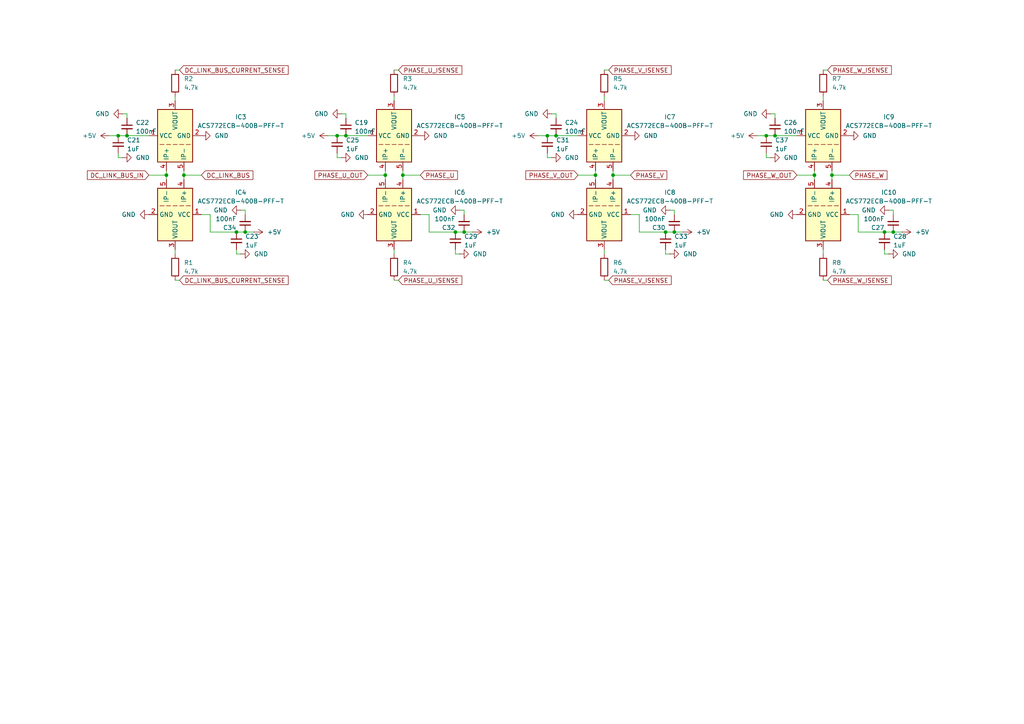
<source format=kicad_sch>
(kicad_sch (version 20250114) (generator "eeschema") (generator_version "9.0")
  (paper "A4")
  (lib_symbols
    (symbol "Device:C_Small" (pin_numbers (hide yes)) (pin_names (offset 0.254) (hide yes))
      (property "Reference" "C" (at 0.254 1.778 0))
      (property "Value" "C_Small" (at 0.254 -2.032 0))
      (symbol "C_Small_0_1"
        (polyline (pts (xy -1.524 0.508) (xy 1.524 0.508)) (stroke (width 0.3048)))
        (polyline (pts (xy -1.524 -0.508) (xy 1.524 -0.508)) (stroke (width 0.3302)))
      )
      (symbol "C_Small_1_1"
        (pin passive line (at 0 2.54 270) (length 2.032) (name "~") (number "1"))
        (pin passive line (at 0 -2.54 90) (length 2.032) (name "~") (number "2"))
      )
    )
    (symbol "Device:R" (pin_numbers (hide yes)) (pin_names (offset 0))
      (property "Reference" "R" (at 2.032 0 90))
      (property "Value" "R" (at 0 0 90))
      (symbol "R_0_1"
        (rectangle (start -1.016 -2.54) (end 1.016 2.54) (stroke (width 0.254)))
      )
      (symbol "R_1_1"
        (pin passive line (at 0 3.81 270) (length 1.27) (name "~") (number "1"))
        (pin passive line (at 0 -3.81 90) (length 1.27) (name "~") (number "2"))
      )
    )
    (symbol "InverterCom:ACS772ECB-400B-PFF-T"
      (property "Reference" "IC" (at 2.286 11.938 0))
      (property "Value" "ACS772ECB-400B-PFF-T" (at 2.286 9.398 0))
      (symbol "ACS772ECB-400B-PFF-T_0_1"
        (rectangle (start -7.62 5.08) (end 7.62 -5.08) (stroke (width 0.254)) (fill (type background)))
        (polyline (pts (xy -2.54 3.175) (xy -2.54 4.445)))
        (polyline (pts (xy -2.54 1.27) (xy -2.54 2.54)))
        (polyline (pts (xy -2.54 0.635) (xy -2.54 -0.635)))
        (polyline (pts (xy -2.54 -1.27) (xy -2.54 -2.54)))
        (polyline (pts (xy -2.54 -3.175) (xy -2.54 -4.445)))
      )
      (symbol "ACS772ECB-400B-PFF-T_1_1"
        (pin passive line (at -10.16 2.54 0) (length 2.54) (name "IP+") (number "4"))
        (pin passive line (at -10.16 -2.54 0) (length 2.54) (name "IP-") (number "5"))
        (pin power_in line (at 0 7.62 270) (length 2.54) (name "VCC") (number "1"))
        (pin power_in line (at 0 -7.62 90) (length 2.54) (name "GND") (number "2"))
        (pin output line (at 10.16 0 180) (length 2.54) (name "VIOUT") (number "3"))
      )
    )
    (symbol "power:+5V" (power) (pin_numbers (hide yes)) (pin_names (offset 0) (hide yes))
      (property "Value" "+5V" (at 0 3.556 0))
      (symbol "+5V_0_1"
        (polyline (pts (xy -0.762 1.27) (xy 0 2.54)))
        (polyline (pts (xy 0 2.54) (xy 0.762 1.27)))
        (polyline (pts (xy 0 0) (xy 0 2.54)))
      )
      (symbol "+5V_1_1"
        (pin power_in line (at 0 0 90) (length 0) (name "~") (number "1"))
      )
    )
    (symbol "power:GND" (power) (pin_numbers (hide yes)) (pin_names (offset 0) (hide yes))
      (property "Value" "GND" (at 0 -3.81 0))
      (symbol "GND_0_1"
        (polyline (pts (xy 0 0) (xy 0 -1.27) (xy 1.27 -1.27) (xy 0 -2.54) (xy -1.27 -1.27) (xy 0 -1.27)))
      )
      (symbol "GND_1_1"
        (pin power_in line (at 0 0 270) (length 0) (name "~") (number "1"))
      )
    )
  )
  (junction (at 134.62 67.31))
  (junction (at 172.72 50.8))
  (junction (at 100.33 39.37))
  (junction (at 161.29 39.37))
  (junction (at 53.34 50.8))
  (junction (at 97.79 39.37))
  (junction (at 256.54 67.31))
  (junction (at 193.04 67.31))
  (junction (at 48.26 50.8))
  (junction (at 195.58 67.31))
  (junction (at 236.22 50.8))
  (junction (at 34.29 39.37))
  (junction (at 177.8 50.8))
  (junction (at 111.76 50.8))
  (junction (at 259.08 67.31))
  (junction (at 116.84 50.8))
  (junction (at 68.58 67.31))
  (junction (at 158.75 39.37))
  (junction (at 241.3 50.8))
  (junction (at 222.25 39.37))
  (junction (at 71.12 67.31))
  (junction (at 224.79 39.37))
  (junction (at 132.08 67.31))
  (junction (at 36.83 39.37))
  (wire (pts (xy 238.76 20.32) (xy 240.03 20.32)))
  (wire (pts (xy 224.79 33.02) (xy 224.79 34.29)))
  (wire (pts (xy 161.29 39.37) (xy 167.64 39.37)))
  (wire (pts (xy 256.54 67.31) (xy 259.08 67.31)))
  (wire (pts (xy 236.22 49.53) (xy 236.22 50.8)))
  (wire (pts (xy 95.25 39.37) (xy 97.79 39.37)))
  (wire (pts (xy 185.42 67.31) (xy 193.04 67.31)))
  (wire (pts (xy 34.29 39.37) (xy 36.83 39.37)))
  (wire (pts (xy 137.16 67.31) (xy 134.62 67.31)))
  (wire (pts (xy 116.84 50.8) (xy 121.92 50.8)))
  (wire (pts (xy 224.79 33.02) (xy 223.52 33.02)))
  (wire (pts (xy 99.06 45.72) (xy 97.79 45.72)))
  (wire (pts (xy 161.29 33.02) (xy 160.02 33.02)))
  (wire (pts (xy 50.8 81.28) (xy 52.07 81.28)))
  (wire (pts (xy 219.71 39.37) (xy 222.25 39.37)))
  (wire (pts (xy 111.76 50.8) (xy 111.76 52.07)))
  (wire (pts (xy 177.8 50.8) (xy 182.88 50.8)))
  (wire (pts (xy 177.8 49.53) (xy 177.8 50.8)))
  (wire (pts (xy 43.18 50.8) (xy 48.26 50.8)))
  (wire (pts (xy 185.42 62.23) (xy 182.88 62.23)))
  (wire (pts (xy 100.33 33.02) (xy 100.33 34.29)))
  (wire (pts (xy 259.08 60.96) (xy 259.08 62.23)))
  (wire (pts (xy 114.3 20.32) (xy 115.57 20.32)))
  (wire (pts (xy 69.85 60.96) (xy 71.12 60.96)))
  (wire (pts (xy 106.68 50.8) (xy 111.76 50.8)))
  (wire (pts (xy 161.29 33.02) (xy 161.29 34.29)))
  (wire (pts (xy 100.33 33.02) (xy 99.06 33.02)))
  (wire (pts (xy 134.62 60.96) (xy 134.62 62.23)))
  (wire (pts (xy 97.79 39.37) (xy 100.33 39.37)))
  (wire (pts (xy 241.3 50.8) (xy 246.38 50.8)))
  (wire (pts (xy 172.72 49.53) (xy 172.72 50.8)))
  (wire (pts (xy 175.26 27.94) (xy 175.26 29.21)))
  (wire (pts (xy 114.3 72.39) (xy 114.3 73.66)))
  (wire (pts (xy 53.34 50.8) (xy 53.34 52.07)))
  (wire (pts (xy 224.79 39.37) (xy 231.14 39.37)))
  (wire (pts (xy 132.08 67.31) (xy 134.62 67.31)))
  (wire (pts (xy 241.3 50.8) (xy 241.3 52.07)))
  (wire (pts (xy 158.75 39.37) (xy 161.29 39.37)))
  (wire (pts (xy 71.12 60.96) (xy 71.12 62.23)))
  (wire (pts (xy 124.46 67.31) (xy 132.08 67.31)))
  (wire (pts (xy 116.84 50.8) (xy 116.84 52.07)))
  (wire (pts (xy 111.76 49.53) (xy 111.76 50.8)))
  (wire (pts (xy 193.04 67.31) (xy 195.58 67.31)))
  (wire (pts (xy 132.08 73.66) (xy 132.08 72.39)))
  (wire (pts (xy 133.35 60.96) (xy 134.62 60.96)))
  (wire (pts (xy 124.46 67.31) (xy 124.46 62.23)))
  (wire (pts (xy 175.26 20.32) (xy 176.53 20.32)))
  (wire (pts (xy 60.96 62.23) (xy 58.42 62.23)))
  (wire (pts (xy 193.04 73.66) (xy 193.04 72.39)))
  (wire (pts (xy 248.92 67.31) (xy 248.92 62.23)))
  (wire (pts (xy 177.8 50.8) (xy 177.8 52.07)))
  (wire (pts (xy 238.76 72.39) (xy 238.76 73.66)))
  (wire (pts (xy 185.42 67.31) (xy 185.42 62.23)))
  (wire (pts (xy 238.76 81.28) (xy 240.03 81.28)))
  (wire (pts (xy 124.46 62.23) (xy 121.92 62.23)))
  (wire (pts (xy 53.34 50.8) (xy 58.42 50.8)))
  (wire (pts (xy 132.08 73.66) (xy 133.35 73.66)))
  (wire (pts (xy 158.75 45.72) (xy 158.75 44.45)))
  (wire (pts (xy 198.12 67.31) (xy 195.58 67.31)))
  (wire (pts (xy 36.83 33.02) (xy 35.56 33.02)))
  (wire (pts (xy 156.21 39.37) (xy 158.75 39.37)))
  (wire (pts (xy 172.72 50.8) (xy 172.72 52.07)))
  (wire (pts (xy 160.02 45.72) (xy 158.75 45.72)))
  (wire (pts (xy 248.92 67.31) (xy 256.54 67.31)))
  (wire (pts (xy 193.04 73.66) (xy 194.31 73.66)))
  (wire (pts (xy 241.3 49.53) (xy 241.3 50.8)))
  (wire (pts (xy 167.64 50.8) (xy 172.72 50.8)))
  (wire (pts (xy 31.75 39.37) (xy 34.29 39.37)))
  (wire (pts (xy 194.31 60.96) (xy 195.58 60.96)))
  (wire (pts (xy 36.83 33.02) (xy 36.83 34.29)))
  (wire (pts (xy 116.84 49.53) (xy 116.84 50.8)))
  (wire (pts (xy 60.96 67.31) (xy 68.58 67.31)))
  (wire (pts (xy 50.8 27.94) (xy 50.8 29.21)))
  (wire (pts (xy 50.8 72.39) (xy 50.8 73.66)))
  (wire (pts (xy 231.14 50.8) (xy 236.22 50.8)))
  (wire (pts (xy 236.22 50.8) (xy 236.22 52.07)))
  (wire (pts (xy 97.79 45.72) (xy 97.79 44.45)))
  (wire (pts (xy 222.25 45.72) (xy 222.25 44.45)))
  (wire (pts (xy 223.52 45.72) (xy 222.25 45.72)))
  (wire (pts (xy 222.25 39.37) (xy 224.79 39.37)))
  (wire (pts (xy 114.3 27.94) (xy 114.3 29.21)))
  (wire (pts (xy 114.3 81.28) (xy 115.57 81.28)))
  (wire (pts (xy 48.26 49.53) (xy 48.26 50.8)))
  (wire (pts (xy 100.33 39.37) (xy 106.68 39.37)))
  (wire (pts (xy 257.81 60.96) (xy 259.08 60.96)))
  (wire (pts (xy 36.83 39.37) (xy 43.18 39.37)))
  (wire (pts (xy 256.54 73.66) (xy 257.81 73.66)))
  (wire (pts (xy 68.58 73.66) (xy 69.85 73.66)))
  (wire (pts (xy 195.58 60.96) (xy 195.58 62.23)))
  (wire (pts (xy 73.66 67.31) (xy 71.12 67.31)))
  (wire (pts (xy 60.96 67.31) (xy 60.96 62.23)))
  (wire (pts (xy 53.34 49.53) (xy 53.34 50.8)))
  (wire (pts (xy 68.58 67.31) (xy 71.12 67.31)))
  (wire (pts (xy 34.29 45.72) (xy 34.29 44.45)))
  (wire (pts (xy 238.76 27.94) (xy 238.76 29.21)))
  (wire (pts (xy 248.92 62.23) (xy 246.38 62.23)))
  (wire (pts (xy 68.58 73.66) (xy 68.58 72.39)))
  (wire (pts (xy 256.54 73.66) (xy 256.54 72.39)))
  (wire (pts (xy 175.26 81.28) (xy 176.53 81.28)))
  (wire (pts (xy 261.62 67.31) (xy 259.08 67.31)))
  (wire (pts (xy 35.56 45.72) (xy 34.29 45.72)))
  (wire (pts (xy 50.8 20.32) (xy 52.07 20.32)))
  (wire (pts (xy 175.26 72.39) (xy 175.26 73.66)))
  (wire (pts (xy 48.26 50.8) (xy 48.26 52.07)))
  (global_label "PHASE_V_OUT" (shape input) (at 167.64 50.8 180) (property "Intersheetrefs" "${INTERSHEET_REFS}" (effects (hide yes))))
  (global_label "PHASE_U_ISENSE" (shape input) (at 115.57 81.28 0) (property "Intersheetrefs" "${INTERSHEET_REFS}" (effects (hide yes))))
  (global_label "PHASE_V_ISENSE" (shape input) (at 176.53 81.28 0) (property "Intersheetrefs" "${INTERSHEET_REFS}" (effects (hide yes))))
  (global_label "PHASE_U_OUT" (shape input) (at 106.68 50.8 180) (property "Intersheetrefs" "${INTERSHEET_REFS}" (effects (hide yes))))
  (global_label "PHASE_W_OUT" (shape input) (at 231.14 50.8 180) (property "Intersheetrefs" "${INTERSHEET_REFS}" (effects (hide yes))))
  (global_label "PHASE_V_ISENSE" (shape input) (at 176.53 20.32 0) (property "Intersheetrefs" "${INTERSHEET_REFS}" (effects (hide yes))))
  (global_label "PHASE_W_ISENSE" (shape input) (at 240.03 20.32 0) (property "Intersheetrefs" "${INTERSHEET_REFS}" (effects (hide yes))))
  (global_label "DC_LINK_BUS" (shape input) (at 58.42 50.8 0) (property "Intersheetrefs" "${INTERSHEET_REFS}" (effects (hide yes))))
  (global_label "DC_LINK_BUS_CURRENT_SENSE" (shape input) (at 52.07 20.32 0) (property "Intersheetrefs" "${INTERSHEET_REFS}" (effects (hide yes))))
  (global_label "DC_LINK_BUS_CURRENT_SENSE" (shape input) (at 52.07 81.28 0) (property "Intersheetrefs" "${INTERSHEET_REFS}" (effects (hide yes))))
  (global_label "PHASE_U" (shape input) (at 121.92 50.8 0) (property "Intersheetrefs" "${INTERSHEET_REFS}" (effects (hide yes))))
  (global_label "PHASE_V" (shape input) (at 182.88 50.8 0) (property "Intersheetrefs" "${INTERSHEET_REFS}" (effects (hide yes))))
  (global_label "PHASE_W" (shape input) (at 246.38 50.8 0) (property "Intersheetrefs" "${INTERSHEET_REFS}" (effects (hide yes))))
  (global_label "PHASE_U_ISENSE" (shape input) (at 115.57 20.32 0) (property "Intersheetrefs" "${INTERSHEET_REFS}" (effects (hide yes))))
  (global_label "PHASE_W_ISENSE" (shape input) (at 240.03 81.28 0) (property "Intersheetrefs" "${INTERSHEET_REFS}" (effects (hide yes))))
  (global_label "DC_LINK_BUS_IN" (shape input) (at 43.18 50.8 180) (property "Intersheetrefs" "${INTERSHEET_REFS}" (effects (hide yes))))
  (symbol (lib_id "power:GND") (at 35.56 45.72 90) (unit 1)
    (property "Reference" "#PWR030" (effects (hide yes)))
    (property "Value" "GND" (at 39.37 45.7199 90) (effects (justify right)))
    (property "Description" "Power symbol creates a global label with name \"GND\" , ground" (effects (hide yes)))
  )
  (symbol (lib_id "Device:C_Small") (at 259.08 64.77 180) (unit 1)
    (property "Reference" "C27" (at 256.54 66.0338 0) (effects (justify left)))
    (property "Value" "100nF" (at 256.54 63.4938 0) (effects (justify left)))
    (property "Footprint" "1210" (effects (hide yes)))
    (property "Description" "Unpolarized capacitor, small symbol" (effects (hide yes)))
  )
  (symbol (lib_id "power:GND") (at 246.38 39.37 90) (unit 1)
    (property "Reference" "#PWR019" (effects (hide yes)))
    (property "Value" "GND" (at 250.19 39.3699 90) (effects (justify right)))
    (property "Description" "Power symbol creates a global label with name \"GND\" , ground" (effects (hide yes)))
  )
  (symbol (lib_id "power:GND") (at 223.52 45.72 90) (unit 1)
    (property "Reference" "#PWR034" (effects (hide yes)))
    (property "Value" "GND" (at 227.33 45.7199 90) (effects (justify right)))
    (property "Description" "Power symbol creates a global label with name \"GND\" , ground" (effects (hide yes)))
  )
  (symbol (lib_id "InverterCom:ACS772ECB-400B-PFF-T") (at 238.76 62.23 270) (unit 1)
    (property "Reference" "IC10" (at 257.81 55.8098 90))
    (property "Value" "ACS772ECB-400B-PFF-T" (at 257.81 58.3498 90))
    (property "Footprint" "Sensor_Current:Allegro_CB_PFF" (effects (hide yes)))
    (property "Datasheet" "https://www.mouser.co.uk/datasheet/2/1115/ACS772_Datasheet-3074305.pdf" (effects (hide yes)))
    (property "Description" "200kHz, 1.5% Max Tolerance, 100  Internal Resistance Module-alternative Current Sensor for High Current and High Voltage Applications" (effects (hide yes)))
    (property "Height" "7.1" (effects (hide yes)))
    (property "Mouser Part Number" "250-772ECB400BPFFT" (effects (hide yes)))
    (property "Mouser Price/Stock" "https://www.mouser.co.uk/ProductDetail/Allegro-MicroSystems/ACS772ECB-400B-PFF-T?qs=pUKx8fyJudC33O6UrXBnUA%3D%3D" (effects (hide yes)))
    (property "Manufacturer_Name" "Allegro Microsystems" (effects (hide yes)))
    (property "Manufacturer_Part_Number" "ACS772ECB-400B-PFF-T" (effects (hide yes)))
  )
  (symbol (lib_id "InverterCom:ACS772ECB-400B-PFF-T") (at 50.8 39.37 90) (unit 1)
    (property "Reference" "IC3" (at 69.85 33.9246 90))
    (property "Value" "ACS772ECB-400B-PFF-T" (at 69.85 36.4646 90))
    (property "Footprint" "Sensor_Current:Allegro_CB_PFF" (effects (hide yes)))
    (property "Datasheet" "https://www.mouser.co.uk/datasheet/2/1115/ACS772_Datasheet-3074305.pdf" (effects (hide yes)))
    (property "Description" "200kHz, 1.5% Max Tolerance, 100  Internal Resistance Module-alternative Current Sensor for High Current and High Voltage Applications" (effects (hide yes)))
    (property "Height" "7.1" (effects (hide yes)))
    (property "Mouser Part Number" "250-772ECB400BPFFT" (effects (hide yes)))
    (property "Mouser Price/Stock" "https://www.mouser.co.uk/ProductDetail/Allegro-MicroSystems/ACS772ECB-400B-PFF-T?qs=pUKx8fyJudC33O6UrXBnUA%3D%3D" (effects (hide yes)))
    (property "Manufacturer_Name" "Allegro Microsystems" (effects (hide yes)))
    (property "Manufacturer_Part_Number" "ACS772ECB-400B-PFF-T" (effects (hide yes)))
  )
  (symbol (lib_id "Device:C_Small") (at 134.62 64.77 180) (unit 1)
    (property "Reference" "C32" (at 132.08 66.0338 0) (effects (justify left)))
    (property "Value" "100nF" (at 132.08 63.4938 0) (effects (justify left)))
    (property "Footprint" "1210" (effects (hide yes)))
    (property "Description" "Unpolarized capacitor, small symbol" (effects (hide yes)))
  )
  (symbol (lib_id "Device:C_Small") (at 71.12 64.77 180) (unit 1)
    (property "Reference" "C34" (at 68.58 66.0338 0) (effects (justify left)))
    (property "Value" "100nF" (at 68.58 63.4938 0) (effects (justify left)))
    (property "Footprint" "1210" (effects (hide yes)))
    (property "Description" "Unpolarized capacitor, small symbol" (effects (hide yes)))
  )
  (symbol (lib_id "power:GND") (at 257.81 60.96 270) (unit 1)
    (property "Reference" "#PWR036" (effects (hide yes)))
    (property "Value" "GND" (at 254 60.9601 90) (effects (justify right)))
    (property "Description" "Power symbol creates a global label with name \"GND\" , ground" (effects (hide yes)))
  )
  (symbol (lib_id "InverterCom:ACS772ECB-400B-PFF-T") (at 175.26 62.23 270) (unit 1)
    (property "Reference" "IC8" (at 194.31 55.8098 90))
    (property "Value" "ACS772ECB-400B-PFF-T" (at 194.31 58.3498 90))
    (property "Footprint" "Sensor_Current:Allegro_CB_PFF" (effects (hide yes)))
    (property "Datasheet" "https://www.mouser.co.uk/datasheet/2/1115/ACS772_Datasheet-3074305.pdf" (effects (hide yes)))
    (property "Description" "200kHz, 1.5% Max Tolerance, 100  Internal Resistance Module-alternative Current Sensor for High Current and High Voltage Applications" (effects (hide yes)))
    (property "Height" "7.1" (effects (hide yes)))
    (property "Mouser Part Number" "250-772ECB400BPFFT" (effects (hide yes)))
    (property "Mouser Price/Stock" "https://www.mouser.co.uk/ProductDetail/Allegro-MicroSystems/ACS772ECB-400B-PFF-T?qs=pUKx8fyJudC33O6UrXBnUA%3D%3D" (effects (hide yes)))
    (property "Manufacturer_Name" "Allegro Microsystems" (effects (hide yes)))
    (property "Manufacturer_Part_Number" "ACS772ECB-400B-PFF-T" (effects (hide yes)))
  )
  (symbol (lib_id "power:GND") (at 133.35 60.96 270) (unit 1)
    (property "Reference" "#PWR040" (effects (hide yes)))
    (property "Value" "GND" (at 129.54 60.9601 90) (effects (justify right)))
    (property "Description" "Power symbol creates a global label with name \"GND\" , ground" (effects (hide yes)))
  )
  (symbol (lib_id "Device:C_Small") (at 195.58 64.77 180) (unit 1)
    (property "Reference" "C30" (at 193.04 66.0338 0) (effects (justify left)))
    (property "Value" "100nF" (at 193.04 63.4938 0) (effects (justify left)))
    (property "Footprint" "1210" (effects (hide yes)))
    (property "Description" "Unpolarized capacitor, small symbol" (effects (hide yes)))
  )
  (symbol (lib_id "Device:C_Small") (at 158.75 41.91 0) (unit 1)
    (property "Reference" "C31" (at 161.29 40.6462 0) (effects (justify left)))
    (property "Value" "1uF" (at 161.29 43.1862 0) (effects (justify left)))
    (property "Footprint" "1210" (effects (hide yes)))
    (property "Description" "Unpolarized capacitor, small symbol" (effects (hide yes)))
  )
  (symbol (lib_id "Device:R") (at 50.8 24.13 180) (unit 1)
    (property "Reference" "R2" (at 53.34 22.8599 0) (effects (justify right)))
    (property "Value" "4.7k" (at 53.34 25.3999 0) (effects (justify right)))
    (property "Footprint" "1210" (effects (hide yes)))
    (property "Description" "Resistor" (effects (hide yes)))
  )
  (symbol (lib_id "Device:C_Small") (at 36.83 36.83 0) (unit 1)
    (property "Reference" "C22" (at 39.37 35.5662 0) (effects (justify left)))
    (property "Value" "100nF" (at 39.37 38.1062 0) (effects (justify left)))
    (property "Footprint" "1210" (effects (hide yes)))
    (property "Description" "Unpolarized capacitor, small symbol" (effects (hide yes)))
  )
  (symbol (lib_id "Device:R") (at 114.3 24.13 180) (unit 1)
    (property "Reference" "R3" (at 116.84 22.8599 0) (effects (justify right)))
    (property "Value" "4.7k" (at 116.84 25.3999 0) (effects (justify right)))
    (property "Footprint" "1210" (effects (hide yes)))
    (property "Description" "Resistor" (effects (hide yes)))
  )
  (symbol (lib_id "power:+5V") (at 137.16 67.31 270) (unit 1)
    (property "Reference" "#PWR042" (effects (hide yes)))
    (property "Value" "+5V" (at 140.97 67.3101 90) (effects (justify left)))
    (property "Description" "Power symbol creates a global label with name \"+5V\"" (effects (hide yes)))
  )
  (symbol (lib_id "Device:C_Small") (at 34.29 41.91 0) (unit 1)
    (property "Reference" "C21" (at 36.83 40.6462 0) (effects (justify left)))
    (property "Value" "1uF" (at 36.83 43.1862 0) (effects (justify left)))
    (property "Footprint" "1210" (effects (hide yes)))
    (property "Description" "Unpolarized capacitor, small symbol" (effects (hide yes)))
  )
  (symbol (lib_id "power:GND") (at 43.18 62.23 270) (unit 1)
    (property "Reference" "#PWR05" (effects (hide yes)))
    (property "Value" "GND" (at 39.37 62.2299 90) (effects (justify right)))
    (property "Description" "Power symbol creates a global label with name \"GND\" , ground" (effects (hide yes)))
  )
  (symbol (lib_id "power:GND") (at 99.06 45.72 90) (unit 1)
    (property "Reference" "#PWR027" (effects (hide yes)))
    (property "Value" "GND" (at 102.87 45.7199 90) (effects (justify right)))
    (property "Description" "Power symbol creates a global label with name \"GND\" , ground" (effects (hide yes)))
  )
  (symbol (lib_id "power:GND") (at 99.06 33.02 270) (unit 1)
    (property "Reference" "#PWR026" (effects (hide yes)))
    (property "Value" "GND" (at 95.25 33.0199 90) (effects (justify right)))
    (property "Description" "Power symbol creates a global label with name \"GND\" , ground" (effects (hide yes)))
  )
  (symbol (lib_id "power:+5V") (at 198.12 67.31 270) (unit 1)
    (property "Reference" "#PWR039" (effects (hide yes)))
    (property "Value" "+5V" (at 201.93 67.3101 90) (effects (justify left)))
    (property "Description" "Power symbol creates a global label with name \"+5V\"" (effects (hide yes)))
  )
  (symbol (lib_id "power:GND") (at 160.02 33.02 270) (unit 1)
    (property "Reference" "#PWR031" (effects (hide yes)))
    (property "Value" "GND" (at 156.21 33.0199 90) (effects (justify right)))
    (property "Description" "Power symbol creates a global label with name \"GND\" , ground" (effects (hide yes)))
  )
  (symbol (lib_id "power:GND") (at 106.68 62.23 270) (unit 1)
    (property "Reference" "#PWR010" (effects (hide yes)))
    (property "Value" "GND" (at 102.87 62.2299 90) (effects (justify right)))
    (property "Description" "Power symbol creates a global label with name \"GND\" , ground" (effects (hide yes)))
  )
  (symbol (lib_id "InverterCom:ACS772ECB-400B-PFF-T") (at 238.76 39.37 90) (unit 1)
    (property "Reference" "IC9" (at 257.81 33.9246 90))
    (property "Value" "ACS772ECB-400B-PFF-T" (at 257.81 36.4646 90))
    (property "Footprint" "Sensor_Current:Allegro_CB_PFF" (effects (hide yes)))
    (property "Datasheet" "https://www.mouser.co.uk/datasheet/2/1115/ACS772_Datasheet-3074305.pdf" (effects (hide yes)))
    (property "Description" "200kHz, 1.5% Max Tolerance, 100  Internal Resistance Module-alternative Current Sensor for High Current and High Voltage Applications" (effects (hide yes)))
    (property "Height" "7.1" (effects (hide yes)))
    (property "Mouser Part Number" "250-772ECB400BPFFT" (effects (hide yes)))
    (property "Mouser Price/Stock" "https://www.mouser.co.uk/ProductDetail/Allegro-MicroSystems/ACS772ECB-400B-PFF-T?qs=pUKx8fyJudC33O6UrXBnUA%3D%3D" (effects (hide yes)))
    (property "Manufacturer_Name" "Allegro Microsystems" (effects (hide yes)))
    (property "Manufacturer_Part_Number" "ACS772ECB-400B-PFF-T" (effects (hide yes)))
  )
  (symbol (lib_id "power:GND") (at 35.56 33.02 270) (unit 1)
    (property "Reference" "#PWR029" (effects (hide yes)))
    (property "Value" "GND" (at 31.75 33.0199 90) (effects (justify right)))
    (property "Description" "Power symbol creates a global label with name \"GND\" , ground" (effects (hide yes)))
  )
  (symbol (lib_id "power:GND") (at 194.31 60.96 270) (unit 1)
    (property "Reference" "#PWR037" (effects (hide yes)))
    (property "Value" "GND" (at 190.5 60.9601 90) (effects (justify right)))
    (property "Description" "Power symbol creates a global label with name \"GND\" , ground" (effects (hide yes)))
  )
  (symbol (lib_id "power:GND") (at 69.85 73.66 90) (unit 1)
    (property "Reference" "#PWR044" (effects (hide yes)))
    (property "Value" "GND" (at 73.66 73.6601 90) (effects (justify right)))
    (property "Description" "Power symbol creates a global label with name \"GND\" , ground" (effects (hide yes)))
  )
  (symbol (lib_id "Device:C_Small") (at 100.33 36.83 0) (unit 1)
    (property "Reference" "C19" (at 102.87 35.5662 0) (effects (justify left)))
    (property "Value" "100nF" (at 102.87 38.1062 0) (effects (justify left)))
    (property "Footprint" "1210" (effects (hide yes)))
    (property "Description" "Unpolarized capacitor, small symbol" (effects (hide yes)))
  )
  (symbol (lib_id "Device:C_Small") (at 193.04 69.85 0) (unit 1)
    (property "Reference" "C33" (at 195.58 68.5862 0) (effects (justify left)))
    (property "Value" "1uF" (at 195.58 71.1262 0) (effects (justify left)))
    (property "Footprint" "1210" (effects (hide yes)))
    (property "Description" "Unpolarized capacitor, small symbol" (effects (hide yes)))
  )
  (symbol (lib_id "Device:R") (at 175.26 24.13 180) (unit 1)
    (property "Reference" "R5" (at 177.8 22.8599 0) (effects (justify right)))
    (property "Value" "4.7k" (at 177.8 25.3999 0) (effects (justify right)))
    (property "Footprint" "1210" (effects (hide yes)))
    (property "Description" "Resistor" (effects (hide yes)))
  )
  (symbol (lib_id "power:GND") (at 121.92 39.37 90) (unit 1)
    (property "Reference" "#PWR011" (effects (hide yes)))
    (property "Value" "GND" (at 125.73 39.3699 90) (effects (justify right)))
    (property "Description" "Power symbol creates a global label with name \"GND\" , ground" (effects (hide yes)))
  )
  (symbol (lib_id "InverterCom:ACS772ECB-400B-PFF-T") (at 50.8 62.23 270) (unit 1)
    (property "Reference" "IC4" (at 69.85 55.8098 90))
    (property "Value" "ACS772ECB-400B-PFF-T" (at 69.85 58.3498 90))
    (property "Footprint" "Sensor_Current:Allegro_CB_PFF" (effects (hide yes)))
    (property "Datasheet" "https://www.mouser.co.uk/datasheet/2/1115/ACS772_Datasheet-3074305.pdf" (effects (hide yes)))
    (property "Description" "200kHz, 1.5% Max Tolerance, 100  Internal Resistance Module-alternative Current Sensor for High Current and High Voltage Applications" (effects (hide yes)))
    (property "Height" "7.1" (effects (hide yes)))
    (property "Mouser Part Number" "250-772ECB400BPFFT" (effects (hide yes)))
    (property "Mouser Price/Stock" "https://www.mouser.co.uk/ProductDetail/Allegro-MicroSystems/ACS772ECB-400B-PFF-T?qs=pUKx8fyJudC33O6UrXBnUA%3D%3D" (effects (hide yes)))
    (property "Manufacturer_Name" "Allegro Microsystems" (effects (hide yes)))
    (property "Manufacturer_Part_Number" "ACS772ECB-400B-PFF-T" (effects (hide yes)))
  )
  (symbol (lib_id "power:+5V") (at 261.62 67.31 270) (unit 1)
    (property "Reference" "#PWR020" (effects (hide yes)))
    (property "Value" "+5V" (at 265.43 67.3101 90) (effects (justify left)))
    (property "Description" "Power symbol creates a global label with name \"+5V\"" (effects (hide yes)))
  )
  (symbol (lib_id "power:+5V") (at 156.21 39.37 90) (unit 1)
    (property "Reference" "#PWR013" (effects (hide yes)))
    (property "Value" "+5V" (at 152.4 39.3699 90) (effects (justify left)))
    (property "Description" "Power symbol creates a global label with name \"+5V\"" (effects (hide yes)))
  )
  (symbol (lib_id "InverterCom:ACS772ECB-400B-PFF-T") (at 114.3 62.23 270) (unit 1)
    (property "Reference" "IC6" (at 133.35 55.8098 90))
    (property "Value" "ACS772ECB-400B-PFF-T" (at 133.35 58.3498 90))
    (property "Footprint" "Sensor_Current:Allegro_CB_PFF" (effects (hide yes)))
    (property "Datasheet" "https://www.mouser.co.uk/datasheet/2/1115/ACS772_Datasheet-3074305.pdf" (effects (hide yes)))
    (property "Description" "200kHz, 1.5% Max Tolerance, 100  Internal Resistance Module-alternative Current Sensor for High Current and High Voltage Applications" (effects (hide yes)))
    (property "Height" "7.1" (effects (hide yes)))
    (property "Mouser Part Number" "250-772ECB400BPFFT" (effects (hide yes)))
    (property "Mouser Price/Stock" "https://www.mouser.co.uk/ProductDetail/Allegro-MicroSystems/ACS772ECB-400B-PFF-T?qs=pUKx8fyJudC33O6UrXBnUA%3D%3D" (effects (hide yes)))
    (property "Manufacturer_Name" "Allegro Microsystems" (effects (hide yes)))
    (property "Manufacturer_Part_Number" "ACS772ECB-400B-PFF-T" (effects (hide yes)))
  )
  (symbol (lib_id "Device:R") (at 114.3 77.47 180) (unit 1)
    (property "Reference" "R4" (at 116.84 76.1999 0) (effects (justify right)))
    (property "Value" "4.7k" (at 116.84 78.7399 0) (effects (justify right)))
    (property "Footprint" "1210" (effects (hide yes)))
    (property "Description" "Resistor" (effects (hide yes)))
  )
  (symbol (lib_id "power:GND") (at 182.88 39.37 90) (unit 1)
    (property "Reference" "#PWR015" (effects (hide yes)))
    (property "Value" "GND" (at 186.69 39.3699 90) (effects (justify right)))
    (property "Description" "Power symbol creates a global label with name \"GND\" , ground" (effects (hide yes)))
  )
  (symbol (lib_id "power:GND") (at 69.85 60.96 270) (unit 1)
    (property "Reference" "#PWR043" (effects (hide yes)))
    (property "Value" "GND" (at 66.04 60.9601 90) (effects (justify right)))
    (property "Description" "Power symbol creates a global label with name \"GND\" , ground" (effects (hide yes)))
  )
  (symbol (lib_id "power:+5V") (at 219.71 39.37 90) (unit 1)
    (property "Reference" "#PWR017" (effects (hide yes)))
    (property "Value" "+5V" (at 215.9 39.3699 90) (effects (justify left)))
    (property "Description" "Power symbol creates a global label with name \"+5V\"" (effects (hide yes)))
  )
  (symbol (lib_id "Device:R") (at 50.8 77.47 180) (unit 1)
    (property "Reference" "R1" (at 53.34 76.1999 0) (effects (justify right)))
    (property "Value" "4.7k" (at 53.34 78.7399 0) (effects (justify right)))
    (property "Footprint" "1210" (effects (hide yes)))
    (property "Description" "Resistor" (effects (hide yes)))
  )
  (symbol (lib_id "Device:C_Small") (at 97.79 41.91 0) (unit 1)
    (property "Reference" "C25" (at 100.33 40.6462 0) (effects (justify left)))
    (property "Value" "1uF" (at 100.33 43.1862 0) (effects (justify left)))
    (property "Footprint" "1210" (effects (hide yes)))
    (property "Description" "Unpolarized capacitor, small symbol" (effects (hide yes)))
  )
  (symbol (lib_id "power:GND") (at 160.02 45.72 90) (unit 1)
    (property "Reference" "#PWR032" (effects (hide yes)))
    (property "Value" "GND" (at 163.83 45.7199 90) (effects (justify right)))
    (property "Description" "Power symbol creates a global label with name \"GND\" , ground" (effects (hide yes)))
  )
  (symbol (lib_id "power:+5V") (at 31.75 39.37 90) (unit 1)
    (property "Reference" "#PWR028" (effects (hide yes)))
    (property "Value" "+5V" (at 27.94 39.3699 90) (effects (justify left)))
    (property "Description" "Power symbol creates a global label with name \"+5V\"" (effects (hide yes)))
  )
  (symbol (lib_id "power:GND") (at 58.42 39.37 90) (unit 1)
    (property "Reference" "#PWR06" (effects (hide yes)))
    (property "Value" "GND" (at 62.23 39.3699 90) (effects (justify right)))
    (property "Description" "Power symbol creates a global label with name \"GND\" , ground" (effects (hide yes)))
  )
  (symbol (lib_id "power:GND") (at 231.14 62.23 270) (unit 1)
    (property "Reference" "#PWR018" (effects (hide yes)))
    (property "Value" "GND" (at 227.33 62.2299 90) (effects (justify right)))
    (property "Description" "Power symbol creates a global label with name \"GND\" , ground" (effects (hide yes)))
  )
  (symbol (lib_id "Device:C_Small") (at 68.58 69.85 0) (unit 1)
    (property "Reference" "C23" (at 71.12 68.5862 0) (effects (justify left)))
    (property "Value" "1uF" (at 71.12 71.1262 0) (effects (justify left)))
    (property "Footprint" "1210" (effects (hide yes)))
    (property "Description" "Unpolarized capacitor, small symbol" (effects (hide yes)))
  )
  (symbol (lib_id "power:GND") (at 257.81 73.66 90) (unit 1)
    (property "Reference" "#PWR035" (effects (hide yes)))
    (property "Value" "GND" (at 261.62 73.6601 90) (effects (justify right)))
    (property "Description" "Power symbol creates a global label with name \"GND\" , ground" (effects (hide yes)))
  )
  (symbol (lib_id "Device:R") (at 238.76 24.13 180) (unit 1)
    (property "Reference" "R7" (at 241.3 22.8599 0) (effects (justify right)))
    (property "Value" "4.7k" (at 241.3 25.3999 0) (effects (justify right)))
    (property "Footprint" "1210" (effects (hide yes)))
    (property "Description" "Resistor" (effects (hide yes)))
  )
  (symbol (lib_id "Device:C_Small") (at 132.08 69.85 0) (unit 1)
    (property "Reference" "C29" (at 134.62 68.5862 0) (effects (justify left)))
    (property "Value" "1uF" (at 134.62 71.1262 0) (effects (justify left)))
    (property "Footprint" "1210" (effects (hide yes)))
    (property "Description" "Unpolarized capacitor, small symbol" (effects (hide yes)))
  )
  (symbol (lib_id "power:GND") (at 167.64 62.23 270) (unit 1)
    (property "Reference" "#PWR014" (effects (hide yes)))
    (property "Value" "GND" (at 163.83 62.2299 90) (effects (justify right)))
    (property "Description" "Power symbol creates a global label with name \"GND\" , ground" (effects (hide yes)))
  )
  (symbol (lib_id "InverterCom:ACS772ECB-400B-PFF-T") (at 114.3 39.37 90) (unit 1)
    (property "Reference" "IC5" (at 133.35 33.9246 90))
    (property "Value" "ACS772ECB-400B-PFF-T" (at 133.35 36.4646 90))
    (property "Footprint" "Sensor_Current:Allegro_CB_PFF" (effects (hide yes)))
    (property "Datasheet" "https://www.mouser.co.uk/datasheet/2/1115/ACS772_Datasheet-3074305.pdf" (effects (hide yes)))
    (property "Description" "200kHz, 1.5% Max Tolerance, 100  Internal Resistance Module-alternative Current Sensor for High Current and High Voltage Applications" (effects (hide yes)))
    (property "Height" "7.1" (effects (hide yes)))
    (property "Mouser Part Number" "250-772ECB400BPFFT" (effects (hide yes)))
    (property "Mouser Price/Stock" "https://www.mouser.co.uk/ProductDetail/Allegro-MicroSystems/ACS772ECB-400B-PFF-T?qs=pUKx8fyJudC33O6UrXBnUA%3D%3D" (effects (hide yes)))
    (property "Manufacturer_Name" "Allegro Microsystems" (effects (hide yes)))
    (property "Manufacturer_Part_Number" "ACS772ECB-400B-PFF-T" (effects (hide yes)))
  )
  (symbol (lib_id "Device:C_Small") (at 256.54 69.85 0) (unit 1)
    (property "Reference" "C28" (at 259.08 68.5862 0) (effects (justify left)))
    (property "Value" "1uF" (at 259.08 71.1262 0) (effects (justify left)))
    (property "Footprint" "1210" (effects (hide yes)))
    (property "Description" "Unpolarized capacitor, small symbol" (effects (hide yes)))
  )
  (symbol (lib_id "power:+5V") (at 73.66 67.31 270) (unit 1)
    (property "Reference" "#PWR045" (effects (hide yes)))
    (property "Value" "+5V" (at 77.47 67.3101 90) (effects (justify left)))
    (property "Description" "Power symbol creates a global label with name \"+5V\"" (effects (hide yes)))
  )
  (symbol (lib_id "power:GND") (at 133.35 73.66 90) (unit 1)
    (property "Reference" "#PWR041" (effects (hide yes)))
    (property "Value" "GND" (at 137.16 73.6601 90) (effects (justify right)))
    (property "Description" "Power symbol creates a global label with name \"GND\" , ground" (effects (hide yes)))
  )
  (symbol (lib_id "Device:C_Small") (at 224.79 36.83 0) (unit 1)
    (property "Reference" "C26" (at 227.33 35.5662 0) (effects (justify left)))
    (property "Value" "100nF" (at 227.33 38.1062 0) (effects (justify left)))
    (property "Footprint" "1210" (effects (hide yes)))
    (property "Description" "Unpolarized capacitor, small symbol" (effects (hide yes)))
  )
  (symbol (lib_id "power:GND") (at 223.52 33.02 270) (unit 1)
    (property "Reference" "#PWR033" (effects (hide yes)))
    (property "Value" "GND" (at 219.71 33.0199 90) (effects (justify right)))
    (property "Description" "Power symbol creates a global label with name \"GND\" , ground" (effects (hide yes)))
  )
  (symbol (lib_id "Device:C_Small") (at 222.25 41.91 0) (unit 1)
    (property "Reference" "C37" (at 224.79 40.6462 0) (effects (justify left)))
    (property "Value" "1uF" (at 224.79 43.1862 0) (effects (justify left)))
    (property "Footprint" "1210" (effects (hide yes)))
    (property "Description" "Unpolarized capacitor, small symbol" (effects (hide yes)))
  )
  (symbol (lib_id "Device:R") (at 238.76 77.47 180) (unit 1)
    (property "Reference" "R8" (at 241.3 76.1999 0) (effects (justify right)))
    (property "Value" "4.7k" (at 241.3 78.7399 0) (effects (justify right)))
    (property "Footprint" "1210" (effects (hide yes)))
    (property "Description" "Resistor" (effects (hide yes)))
  )
  (symbol (lib_id "InverterCom:ACS772ECB-400B-PFF-T") (at 175.26 39.37 90) (unit 1)
    (property "Reference" "IC7" (at 194.31 33.9246 90))
    (property "Value" "ACS772ECB-400B-PFF-T" (at 194.31 36.4646 90))
    (property "Footprint" "Sensor_Current:Allegro_CB_PFF" (effects (hide yes)))
    (property "Datasheet" "https://www.mouser.co.uk/datasheet/2/1115/ACS772_Datasheet-3074305.pdf" (effects (hide yes)))
    (property "Description" "200kHz, 1.5% Max Tolerance, 100  Internal Resistance Module-alternative Current Sensor for High Current and High Voltage Applications" (effects (hide yes)))
    (property "Height" "7.1" (effects (hide yes)))
    (property "Mouser Part Number" "250-772ECB400BPFFT" (effects (hide yes)))
    (property "Mouser Price/Stock" "https://www.mouser.co.uk/ProductDetail/Allegro-MicroSystems/ACS772ECB-400B-PFF-T?qs=pUKx8fyJudC33O6UrXBnUA%3D%3D" (effects (hide yes)))
    (property "Manufacturer_Name" "Allegro Microsystems" (effects (hide yes)))
    (property "Manufacturer_Part_Number" "ACS772ECB-400B-PFF-T" (effects (hide yes)))
  )
  (symbol (lib_id "Device:C_Small") (at 161.29 36.83 0) (unit 1)
    (property "Reference" "C24" (at 163.83 35.5662 0) (effects (justify left)))
    (property "Value" "100nF" (at 163.83 38.1062 0) (effects (justify left)))
    (property "Footprint" "1210" (effects (hide yes)))
    (property "Description" "Unpolarized capacitor, small symbol" (effects (hide yes)))
  )
  (symbol (lib_id "power:GND") (at 194.31 73.66 90) (unit 1)
    (property "Reference" "#PWR038" (effects (hide yes)))
    (property "Value" "GND" (at 198.12 73.6601 90) (effects (justify right)))
    (property "Description" "Power symbol creates a global label with name \"GND\" , ground" (effects (hide yes)))
  )
  (symbol (lib_id "power:+5V") (at 95.25 39.37 90) (unit 1)
    (property "Reference" "#PWR09" (effects (hide yes)))
    (property "Value" "+5V" (at 91.44 39.3699 90) (effects (justify left)))
    (property "Description" "Power symbol creates a global label with name \"+5V\"" (effects (hide yes)))
  )
  (symbol (lib_id "Device:R") (at 175.26 77.47 180) (unit 1)
    (property "Reference" "R6" (at 177.8 76.1999 0) (effects (justify right)))
    (property "Value" "4.7k" (at 177.8 78.7399 0) (effects (justify right)))
    (property "Footprint" "1210" (effects (hide yes)))
    (property "Description" "Resistor" (effects (hide yes)))
  )
)
</source>
